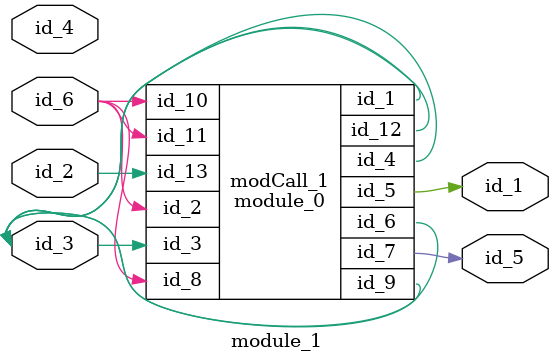
<source format=v>
module module_0 (
    id_1,
    id_2,
    id_3,
    id_4,
    id_5,
    id_6,
    id_7,
    id_8,
    id_9,
    id_10,
    id_11,
    id_12,
    id_13
);
  input wire id_13;
  inout wire id_12;
  input wire id_11;
  input wire id_10;
  inout wire id_9;
  input wire id_8;
  output wire id_7;
  output wire id_6;
  output wire id_5;
  inout wire id_4;
  input wire id_3;
  input wire id_2;
  output wire id_1;
endmodule
module module_1 (
    id_1,
    id_2,
    id_3,
    id_4,
    id_5,
    id_6
);
  input wire id_6;
  output wire id_5;
  input wire id_4;
  inout wire id_3;
  module_0 modCall_1 (
      id_3,
      id_6,
      id_3,
      id_3,
      id_1,
      id_3,
      id_5,
      id_6,
      id_3,
      id_6,
      id_6,
      id_3,
      id_2
  );
  input wire id_2;
  output wire id_1;
  wire id_7;
  localparam id_8 = 1;
  wire id_9;
endmodule

</source>
